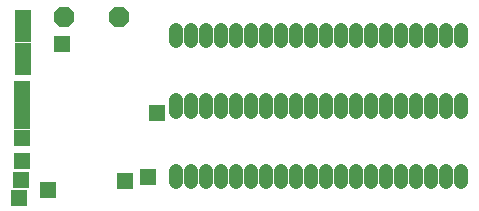
<source format=gbs>
G75*
%MOIN*%
%OFA0B0*%
%FSLAX25Y25*%
%IPPOS*%
%LPD*%
%AMOC8*
5,1,8,0,0,1.08239X$1,22.5*
%
%ADD10C,0.04795*%
%ADD11OC8,0.06984*%
%ADD12R,0.05346X0.05346*%
D10*
X0060146Y0015643D02*
X0060146Y0019454D01*
X0065146Y0019454D02*
X0065146Y0015643D01*
X0070146Y0015643D02*
X0070146Y0019454D01*
X0075146Y0019454D02*
X0075146Y0015643D01*
X0080146Y0015643D02*
X0080146Y0019454D01*
X0085146Y0019454D02*
X0085146Y0015643D01*
X0090146Y0015643D02*
X0090146Y0019454D01*
X0095146Y0019454D02*
X0095146Y0015643D01*
X0100146Y0015643D02*
X0100146Y0019454D01*
X0105146Y0019454D02*
X0105146Y0015643D01*
X0110146Y0015643D02*
X0110146Y0019454D01*
X0115146Y0019454D02*
X0115146Y0015643D01*
X0120146Y0015643D02*
X0120146Y0019454D01*
X0125146Y0019454D02*
X0125146Y0015643D01*
X0130146Y0015643D02*
X0130146Y0019454D01*
X0135146Y0019454D02*
X0135146Y0015643D01*
X0140146Y0015643D02*
X0140146Y0019454D01*
X0145146Y0019454D02*
X0145146Y0015643D01*
X0150146Y0015643D02*
X0150146Y0019454D01*
X0155146Y0019454D02*
X0155146Y0015643D01*
X0155146Y0039143D02*
X0155146Y0042954D01*
X0150146Y0042954D02*
X0150146Y0039143D01*
X0145146Y0039143D02*
X0145146Y0042954D01*
X0140146Y0042954D02*
X0140146Y0039143D01*
X0135146Y0039143D02*
X0135146Y0042954D01*
X0130146Y0042954D02*
X0130146Y0039143D01*
X0125146Y0039143D02*
X0125146Y0042954D01*
X0120146Y0042954D02*
X0120146Y0039143D01*
X0115146Y0039143D02*
X0115146Y0042954D01*
X0110146Y0042954D02*
X0110146Y0039143D01*
X0105146Y0039143D02*
X0105146Y0042954D01*
X0100146Y0042954D02*
X0100146Y0039143D01*
X0095146Y0039143D02*
X0095146Y0042954D01*
X0090146Y0042954D02*
X0090146Y0039143D01*
X0085146Y0039143D02*
X0085146Y0042954D01*
X0080146Y0042954D02*
X0080146Y0039143D01*
X0075146Y0039143D02*
X0075146Y0042954D01*
X0070146Y0042954D02*
X0070146Y0039143D01*
X0065146Y0039143D02*
X0065146Y0042954D01*
X0060146Y0042954D02*
X0060146Y0039143D01*
X0060146Y0062643D02*
X0060146Y0066454D01*
X0065146Y0066454D02*
X0065146Y0062643D01*
X0070146Y0062643D02*
X0070146Y0066454D01*
X0075146Y0066454D02*
X0075146Y0062643D01*
X0080146Y0062643D02*
X0080146Y0066454D01*
X0085146Y0066454D02*
X0085146Y0062643D01*
X0090146Y0062643D02*
X0090146Y0066454D01*
X0095146Y0066454D02*
X0095146Y0062643D01*
X0100146Y0062643D02*
X0100146Y0066454D01*
X0105146Y0066454D02*
X0105146Y0062643D01*
X0110146Y0062643D02*
X0110146Y0066454D01*
X0115146Y0066454D02*
X0115146Y0062643D01*
X0120146Y0062643D02*
X0120146Y0066454D01*
X0125146Y0066454D02*
X0125146Y0062643D01*
X0130146Y0062643D02*
X0130146Y0066454D01*
X0135146Y0066454D02*
X0135146Y0062643D01*
X0140146Y0062643D02*
X0140146Y0066454D01*
X0145146Y0066454D02*
X0145146Y0062643D01*
X0150146Y0062643D02*
X0150146Y0066454D01*
X0155146Y0066454D02*
X0155146Y0062643D01*
D11*
X0041170Y0070894D03*
X0023060Y0070698D03*
D12*
X0008099Y0010461D03*
X0017548Y0013217D03*
X0008493Y0016564D03*
X0008887Y0022666D03*
X0008887Y0030540D03*
X0009083Y0036052D03*
X0008887Y0041367D03*
X0008887Y0046879D03*
X0009280Y0054162D03*
X0009280Y0059477D03*
X0009280Y0064989D03*
X0009280Y0070501D03*
X0022272Y0061839D03*
X0053965Y0038709D03*
X0051013Y0017548D03*
X0043139Y0015973D03*
M02*

</source>
